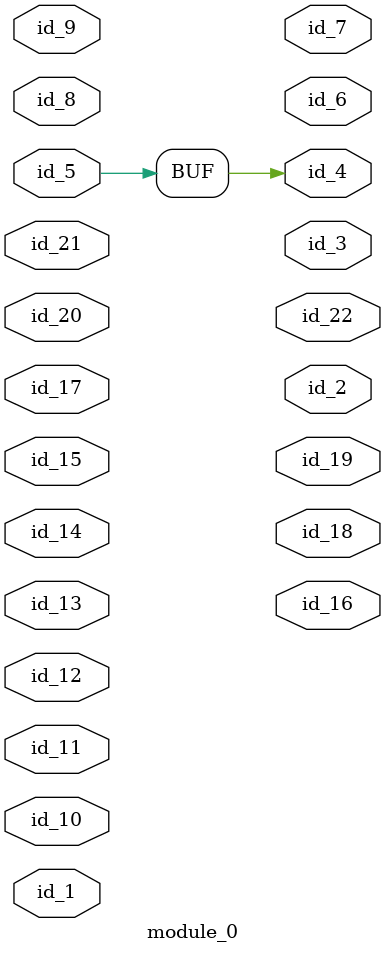
<source format=v>
`define pp_22 0
module module_0 (
    id_1,
    id_2,
    id_3,
    id_4,
    id_5,
    id_6,
    id_7,
    id_8,
    id_9,
    id_10,
    id_11,
    id_12,
    id_13,
    id_14,
    id_15,
    id_16,
    id_17,
    id_18,
    id_19,
    id_20,
    id_21,
    id_22
);
  output id_22;
  inout id_21;
  input id_20;
  output id_19;
  output id_18;
  inout id_17;
  output id_16;
  input id_15;
  inout id_14;
  inout id_13;
  input id_12;
  input id_11;
  inout id_10;
  inout id_9;
  inout id_8;
  output id_7;
  output id_6;
  input id_5;
  output id_4;
  output id_3;
  output id_2;
  input id_1;
  assign id_4[1'b0] = id_5;
endmodule

</source>
